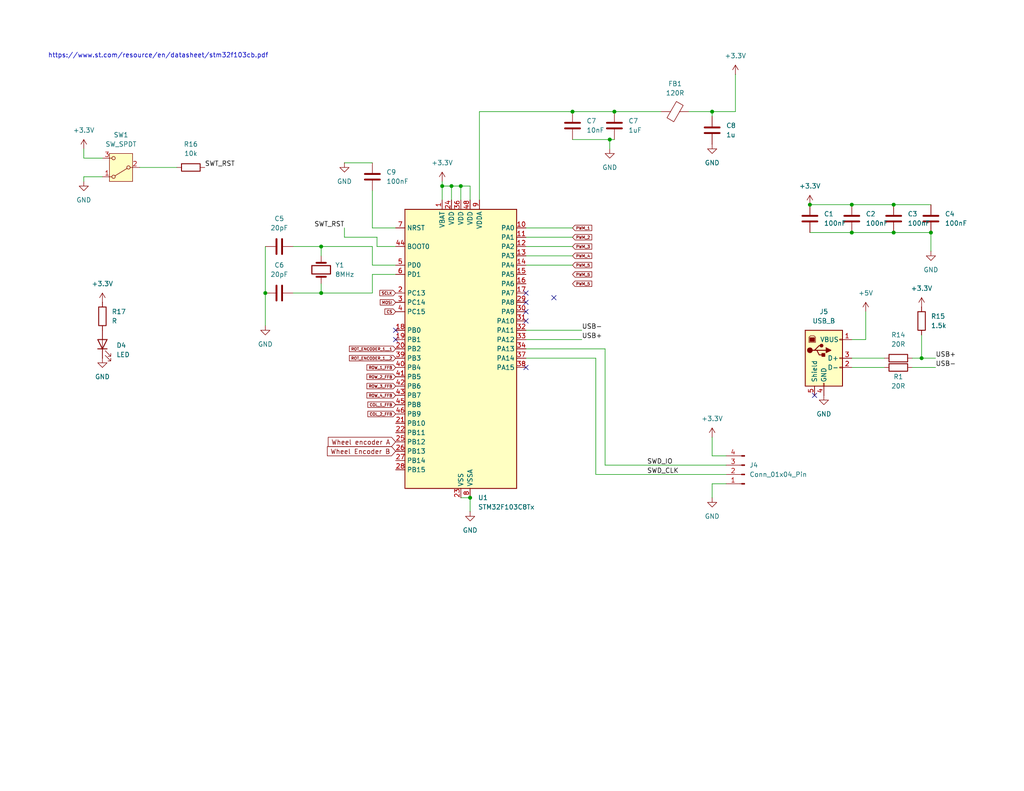
<source format=kicad_sch>
(kicad_sch (version 20250114) (generator "eeschema") (generator_version "9.0")
  (paper "USLetter")
  (lib_symbols
    (symbol "Connector:Conn_01x04_Pin" (pin_names (offset 1.016) (hide yes))
      (property "Reference" "J" (at 0 5.08 0))
      (property "Value" "Conn_01x04_Pin" (at 0 -7.62 0))
      (symbol "Conn_01x04_Pin_1_1"
        (rectangle (start 0.8636 2.667) (end 0 2.413) (stroke (width 0.1524)) (fill (type outline)))
        (rectangle (start 0.8636 0.127) (end 0 -0.127) (stroke (width 0.1524)) (fill (type outline)))
        (rectangle (start 0.8636 -2.413) (end 0 -2.667) (stroke (width 0.1524)) (fill (type outline)))
        (rectangle (start 0.8636 -4.953) (end 0 -5.207) (stroke (width 0.1524)) (fill (type outline)))
        (polyline (pts (xy 1.27 2.54) (xy 0.8636 2.54)) (stroke (width 0.1524)))
        (polyline (pts (xy 1.27 0) (xy 0.8636 0)) (stroke (width 0.1524)))
        (polyline (pts (xy 1.27 -2.54) (xy 0.8636 -2.54)) (stroke (width 0.1524)))
        (polyline (pts (xy 1.27 -5.08) (xy 0.8636 -5.08)) (stroke (width 0.1524)))
        (pin passive line (at 5.08 2.54 180) (length 3.81) (name "Pin_1") (number "1"))
        (pin passive line (at 5.08 0 180) (length 3.81) (name "Pin_2") (number "2"))
        (pin passive line (at 5.08 -2.54 180) (length 3.81) (name "Pin_3") (number "3"))
        (pin passive line (at 5.08 -5.08 180) (length 3.81) (name "Pin_4") (number "4"))
      )
    )
    (symbol "Connector:USB_B" (pin_names (offset 1.016))
      (property "Reference" "J" (at -5.08 11.43 0))
      (property "Value" "USB_B" (at -5.08 8.89 0))
      (symbol "USB_B_0_1"
        (rectangle (start -5.08 -7.62) (end 5.08 7.62) (stroke (width 0.254)) (fill (type background)))
        (polyline (pts (xy -4.064 4.318) (xy -2.286 4.318) (xy -2.286 5.715) (xy -2.667 6.096) (xy -3.683 6.096) (xy -4.064 5.715) (xy -4.064 4.318)))
        (rectangle (start -3.81 5.588) (end -2.54 4.572) (fill (type outline)))
        (circle (center -3.81 2.159) (radius 0.635) (stroke (width 0.254)) (fill (type outline)))
        (polyline (pts (xy -3.175 2.159) (xy -2.54 2.159) (xy -1.27 3.429) (xy -0.635 3.429)) (stroke (width 0.254)))
        (polyline (pts (xy -2.54 2.159) (xy -1.905 2.159) (xy -1.27 0.889) (xy 0 0.889)) (stroke (width 0.254)))
        (polyline (pts (xy -1.905 2.159) (xy 0.635 2.159)) (stroke (width 0.254)))
        (circle (center -0.635 3.429) (radius 0.381) (stroke (width 0.254)) (fill (type outline)))
        (rectangle (start -0.127 -7.62) (end 0.127 -6.858))
        (rectangle (start 0.254 1.27) (end -0.508 0.508) (stroke (width 0.254)) (fill (type outline)))
        (polyline (pts (xy 0.635 2.794) (xy 0.635 1.524) (xy 1.905 2.159) (xy 0.635 2.794)) (stroke (width 0.254)) (fill (type outline)))
        (rectangle (start 5.08 4.953) (end 4.318 5.207))
        (rectangle (start 5.08 -0.127) (end 4.318 0.127))
        (rectangle (start 5.08 -2.667) (end 4.318 -2.413))
      )
      (symbol "USB_B_1_1"
        (pin passive line (at -2.54 -10.16 90) (length 2.54) (name "Shield") (number "5"))
        (pin power_out line (at 0 -10.16 90) (length 2.54) (name "GND") (number "4"))
        (pin power_out line (at 7.62 5.08 180) (length 2.54) (name "VBUS") (number "1"))
        (pin bidirectional line (at 7.62 0 180) (length 2.54) (name "D+") (number "3"))
        (pin bidirectional line (at 7.62 -2.54 180) (length 2.54) (name "D-") (number "2"))
      )
    )
    (symbol "Device:C" (pin_numbers (hide yes)) (pin_names (offset 0.254))
      (property "Reference" "C" (at 0.635 2.54 0))
      (property "Value" "C" (at 0.635 -2.54 0))
      (symbol "C_0_1"
        (polyline (pts (xy -2.032 0.762) (xy 2.032 0.762)) (stroke (width 0.508)))
        (polyline (pts (xy -2.032 -0.762) (xy 2.032 -0.762)) (stroke (width 0.508)))
      )
      (symbol "C_1_1"
        (pin passive line (at 0 3.81 270) (length 2.794) (name "~") (number "1"))
        (pin passive line (at 0 -3.81 90) (length 2.794) (name "~") (number "2"))
      )
    )
    (symbol "Device:Crystal" (pin_numbers (hide yes)) (pin_names (offset 1.016) (hide yes))
      (property "Reference" "Y" (at 0 3.81 0))
      (property "Value" "Crystal" (at 0 -3.81 0))
      (symbol "Crystal_0_1"
        (polyline (pts (xy -2.54 0) (xy -1.905 0)))
        (polyline (pts (xy -1.905 -1.27) (xy -1.905 1.27)) (stroke (width 0.508)))
        (rectangle (start -1.143 2.54) (end 1.143 -2.54) (stroke (width 0.3048)))
        (polyline (pts (xy 1.905 -1.27) (xy 1.905 1.27)) (stroke (width 0.508)))
        (polyline (pts (xy 2.54 0) (xy 1.905 0)))
      )
      (symbol "Crystal_1_1"
        (pin passive line (at -3.81 0 0) (length 1.27) (name "1") (number "1"))
        (pin passive line (at 3.81 0 180) (length 1.27) (name "2") (number "2"))
      )
    )
    (symbol "Device:FerriteBead" (pin_numbers (hide yes)) (pin_names (offset 0))
      (property "Reference" "FB" (at -3.81 0.635 90))
      (property "Value" "FerriteBead" (at 3.81 0 90))
      (symbol "FerriteBead_0_1"
        (polyline (pts (xy -2.7686 0.4064) (xy -1.7018 2.2606) (xy 2.7686 -0.3048) (xy 1.6764 -2.159) (xy -2.7686 0.4064)))
        (polyline (pts (xy 0 1.27) (xy 0 1.2954)))
        (polyline (pts (xy 0 -1.27) (xy 0 -1.2192)))
      )
      (symbol "FerriteBead_1_1"
        (pin passive line (at 0 3.81 270) (length 2.54) (name "~") (number "1"))
        (pin passive line (at 0 -3.81 90) (length 2.54) (name "~") (number "2"))
      )
    )
    (symbol "Device:LED" (pin_numbers (hide yes)) (pin_names (offset 1.016) (hide yes))
      (property "Reference" "D" (at 0 2.54 0))
      (property "Value" "LED" (at 0 -2.54 0))
      (symbol "LED_0_1"
        (polyline (pts (xy -3.048 -0.762) (xy -4.572 -2.286) (xy -3.81 -2.286) (xy -4.572 -2.286) (xy -4.572 -1.524)))
        (polyline (pts (xy -1.778 -0.762) (xy -3.302 -2.286) (xy -2.54 -2.286) (xy -3.302 -2.286) (xy -3.302 -1.524)))
        (polyline (pts (xy -1.27 0) (xy 1.27 0)))
        (polyline (pts (xy -1.27 -1.27) (xy -1.27 1.27)) (stroke (width 0.254)))
        (polyline (pts (xy 1.27 -1.27) (xy 1.27 1.27) (xy -1.27 0) (xy 1.27 -1.27)) (stroke (width 0.254)))
      )
      (symbol "LED_1_1"
        (pin passive line (at -3.81 0 0) (length 2.54) (name "K") (number "1"))
        (pin passive line (at 3.81 0 180) (length 2.54) (name "A") (number "2"))
      )
    )
    (symbol "Device:R" (pin_numbers (hide yes)) (pin_names (offset 0))
      (property "Reference" "R" (at 2.032 0 90))
      (property "Value" "R" (at 0 0 90))
      (symbol "R_0_1"
        (rectangle (start -1.016 -2.54) (end 1.016 2.54) (stroke (width 0.254)))
      )
      (symbol "R_1_1"
        (pin passive line (at 0 3.81 270) (length 1.27) (name "~") (number "1"))
        (pin passive line (at 0 -3.81 90) (length 1.27) (name "~") (number "2"))
      )
    )
    (symbol "MCU_ST_STM32F1:STM32F103C8Tx"
      (property "Reference" "U" (at -15.24 39.37 0))
      (property "Value" "STM32F103C8Tx" (at 7.62 39.37 0))
      (symbol "STM32F103C8Tx_0_1"
        (rectangle (start -15.24 -38.1) (end 15.24 38.1) (stroke (width 0.254)) (fill (type background)))
      )
      (symbol "STM32F103C8Tx_1_1"
        (pin input line (at -17.78 33.02 0) (length 2.54) (name "NRST") (number "7"))
        (pin input line (at -17.78 27.94 0) (length 2.54) (name "BOOT0") (number "44"))
        (pin bidirectional line (at -17.78 22.86 0) (length 2.54) (name "PD0") (number "5"))
        (pin bidirectional line (at -17.78 20.32 0) (length 2.54) (name "PD1") (number "6"))
        (pin bidirectional line (at -17.78 15.24 0) (length 2.54) (name "PC13") (number "2"))
        (pin bidirectional line (at -17.78 12.7 0) (length 2.54) (name "PC14") (number "3"))
        (pin bidirectional line (at -17.78 10.16 0) (length 2.54) (name "PC15") (number "4"))
        (pin bidirectional line (at -17.78 5.08 0) (length 2.54) (name "PB0") (number "18"))
        (pin bidirectional line (at -17.78 2.54 0) (length 2.54) (name "PB1") (number "19"))
        (pin bidirectional line (at -17.78 0 0) (length 2.54) (name "PB2") (number "20"))
        (pin bidirectional line (at -17.78 -2.54 0) (length 2.54) (name "PB3") (number "39"))
        (pin bidirectional line (at -17.78 -5.08 0) (length 2.54) (name "PB4") (number "40"))
        (pin bidirectional line (at -17.78 -7.62 0) (length 2.54) (name "PB5") (number "41"))
        (pin bidirectional line (at -17.78 -10.16 0) (length 2.54) (name "PB6") (number "42"))
        (pin bidirectional line (at -17.78 -12.7 0) (length 2.54) (name "PB7") (number "43"))
        (pin bidirectional line (at -17.78 -15.24 0) (length 2.54) (name "PB8") (number "45"))
        (pin bidirectional line (at -17.78 -17.78 0) (length 2.54) (name "PB9") (number "46"))
        (pin bidirectional line (at -17.78 -20.32 0) (length 2.54) (name "PB10") (number "21"))
        (pin bidirectional line (at -17.78 -22.86 0) (length 2.54) (name "PB11") (number "22"))
        (pin bidirectional line (at -17.78 -25.4 0) (length 2.54) (name "PB12") (number "25"))
        (pin bidirectional line (at -17.78 -27.94 0) (length 2.54) (name "PB13") (number "26"))
        (pin bidirectional line (at -17.78 -30.48 0) (length 2.54) (name "PB14") (number "27"))
        (pin bidirectional line (at -17.78 -33.02 0) (length 2.54) (name "PB15") (number "28"))
        (pin power_in line (at -5.08 40.64 270) (length 2.54) (name "VBAT") (number "1"))
        (pin power_in line (at -2.54 40.64 270) (length 2.54) (name "VDD") (number "24"))
        (pin power_in line (at 0 40.64 270) (length 2.54) (name "VDD") (number "36"))
        (pin power_in line (at 0 -40.64 90) (length 2.54) (name "VSS") (number "23"))
        (pin passive line (at 0 -40.64 90) (length 2.54) (hide yes) (name "VSS") (number "35"))
        (pin passive line (at 0 -40.64 90) (length 2.54) (hide yes) (name "VSS") (number "47"))
        (pin power_in line (at 2.54 40.64 270) (length 2.54) (name "VDD") (number "48"))
        (pin power_in line (at 2.54 -40.64 90) (length 2.54) (name "VSSA") (number "8"))
        (pin power_in line (at 5.08 40.64 270) (length 2.54) (name "VDDA") (number "9"))
        (pin bidirectional line (at 17.78 33.02 180) (length 2.54) (name "PA0") (number "10"))
        (pin bidirectional line (at 17.78 30.48 180) (length 2.54) (name "PA1") (number "11"))
        (pin bidirectional line (at 17.78 27.94 180) (length 2.54) (name "PA2") (number "12"))
        (pin bidirectional line (at 17.78 25.4 180) (length 2.54) (name "PA3") (number "13"))
        (pin bidirectional line (at 17.78 22.86 180) (length 2.54) (name "PA4") (number "14"))
        (pin bidirectional line (at 17.78 20.32 180) (length 2.54) (name "PA5") (number "15"))
        (pin bidirectional line (at 17.78 17.78 180) (length 2.54) (name "PA6") (number "16"))
        (pin bidirectional line (at 17.78 15.24 180) (length 2.54) (name "PA7") (number "17"))
        (pin bidirectional line (at 17.78 12.7 180) (length 2.54) (name "PA8") (number "29"))
        (pin bidirectional line (at 17.78 10.16 180) (length 2.54) (name "PA9") (number "30"))
        (pin bidirectional line (at 17.78 7.62 180) (length 2.54) (name "PA10") (number "31"))
        (pin bidirectional line (at 17.78 5.08 180) (length 2.54) (name "PA11") (number "32"))
        (pin bidirectional line (at 17.78 2.54 180) (length 2.54) (name "PA12") (number "33"))
        (pin bidirectional line (at 17.78 0 180) (length 2.54) (name "PA13") (number "34"))
        (pin bidirectional line (at 17.78 -2.54 180) (length 2.54) (name "PA14") (number "37"))
        (pin bidirectional line (at 17.78 -5.08 180) (length 2.54) (name "PA15") (number "38"))
      )
    )
    (symbol "Switch:SW_SPDT" (pin_names (offset 0) (hide yes))
      (property "Reference" "SW" (at 0 5.08 0))
      (property "Value" "SW_SPDT" (at 0 -5.08 0))
      (symbol "SW_SPDT_0_1"
        (circle (center -2.032 0) (radius 0.4572))
        (polyline (pts (xy -1.651 0.254) (xy 1.651 2.286)))
        (circle (center 2.032 2.54) (radius 0.4572))
        (circle (center 2.032 -2.54) (radius 0.4572))
      )
      (symbol "SW_SPDT_1_1"
        (rectangle (start -3.175 3.81) (end 3.175 -3.81) (fill (type background)))
        (pin passive line (at -5.08 0 0) (length 2.54) (name "B") (number "2"))
        (pin passive line (at 5.08 2.54 180) (length 2.54) (name "A") (number "1"))
        (pin passive line (at 5.08 -2.54 180) (length 2.54) (name "C") (number "3"))
      )
    )
    (symbol "power:+3.3V" (power) (pin_numbers (hide yes)) (pin_names (offset 0) (hide yes))
      (property "Value" "+3.3V" (at 0 3.556 0))
      (symbol "+3.3V_0_1"
        (polyline (pts (xy -0.762 1.27) (xy 0 2.54)))
        (polyline (pts (xy 0 2.54) (xy 0.762 1.27)))
        (polyline (pts (xy 0 0) (xy 0 2.54)))
      )
      (symbol "+3.3V_1_1"
        (pin power_in line (at 0 0 90) (length 0) (name "~") (number "1"))
      )
    )
    (symbol "power:+5V" (power) (pin_numbers (hide yes)) (pin_names (offset 0) (hide yes))
      (property "Value" "+5V" (at 0 3.556 0))
      (symbol "+5V_0_1"
        (polyline (pts (xy -0.762 1.27) (xy 0 2.54)))
        (polyline (pts (xy 0 2.54) (xy 0.762 1.27)))
        (polyline (pts (xy 0 0) (xy 0 2.54)))
      )
      (symbol "+5V_1_1"
        (pin power_in line (at 0 0 90) (length 0) (name "~") (number "1"))
      )
    )
    (symbol "power:GND" (power) (pin_numbers (hide yes)) (pin_names (offset 0) (hide yes))
      (property "Value" "GND" (at 0 -3.81 0))
      (symbol "GND_0_1"
        (polyline (pts (xy 0 0) (xy 0 -1.27) (xy 1.27 -1.27) (xy 0 -2.54) (xy -1.27 -1.27) (xy 0 -1.27)))
      )
      (symbol "GND_1_1"
        (pin power_in line (at 0 0 270) (length 0) (name "~") (number "1"))
      )
    )
  )
  (text "https://www.st.com/resource/en/datasheet/stm32f103cb.pdf" (at 43.18 15.24 0) (effects (font (size 1.27 1.27))))
  (junction (at 123.19 50.8))
  (junction (at 220.98 55.88))
  (junction (at 87.63 80.01))
  (junction (at 167.64 30.48))
  (junction (at 251.46 97.79))
  (junction (at 232.41 63.5))
  (junction (at 243.84 55.88))
  (junction (at 194.31 30.48))
  (junction (at 166.37 38.1))
  (junction (at 254 63.5))
  (junction (at 243.84 63.5))
  (junction (at 128.27 135.89))
  (junction (at 120.65 50.8))
  (junction (at 87.63 67.31))
  (junction (at 232.41 55.88))
  (junction (at 72.39 80.01))
  (junction (at 125.73 50.8))
  (junction (at 156.21 30.48))
  (no_connect (at 143.51 82.55))
  (no_connect (at 143.51 80.01))
  (no_connect (at 107.95 92.71))
  (no_connect (at 143.51 87.63))
  (no_connect (at 143.51 85.09))
  (no_connect (at 143.51 100.33))
  (no_connect (at 107.95 90.17))
  (no_connect (at 222.25 107.95))
  (no_connect (at 151.13 81.28))
  (wire (pts (xy 165.1 127) (xy 198.12 127)))
  (wire (pts (xy 198.12 124.46) (xy 194.31 124.46)))
  (wire (pts (xy 143.51 67.31) (xy 156.21 67.31)))
  (wire (pts (xy 251.46 91.44) (xy 251.46 97.79)))
  (wire (pts (xy 143.51 90.17) (xy 158.75 90.17)))
  (wire (pts (xy 167.64 30.48) (xy 180.34 30.48)))
  (wire (pts (xy 120.65 50.8) (xy 123.19 50.8)))
  (wire (pts (xy 80.01 80.01) (xy 87.63 80.01)))
  (wire (pts (xy 27.94 43.18) (xy 22.86 43.18)))
  (wire (pts (xy 220.98 63.5) (xy 232.41 63.5)))
  (wire (pts (xy 107.95 72.39) (xy 101.6 72.39)))
  (wire (pts (xy 125.73 135.89) (xy 128.27 135.89)))
  (wire (pts (xy 120.65 50.8) (xy 120.65 54.61)))
  (wire (pts (xy 254 63.5) (xy 254 68.58)))
  (wire (pts (xy 107.95 62.23) (xy 101.6 62.23)))
  (wire (pts (xy 38.1 45.72) (xy 48.26 45.72)))
  (wire (pts (xy 232.41 55.88) (xy 243.84 55.88)))
  (wire (pts (xy 143.51 72.39) (xy 156.21 72.39)))
  (wire (pts (xy 194.31 30.48) (xy 200.66 30.48)))
  (wire (pts (xy 22.86 43.18) (xy 22.86 40.64)))
  (wire (pts (xy 101.6 52.07) (xy 101.6 62.23)))
  (wire (pts (xy 123.19 50.8) (xy 125.73 50.8)))
  (wire (pts (xy 93.98 44.45) (xy 101.6 44.45)))
  (wire (pts (xy 128.27 50.8) (xy 128.27 54.61)))
  (wire (pts (xy 120.65 49.53) (xy 120.65 50.8)))
  (wire (pts (xy 194.31 135.89) (xy 194.31 132.08)))
  (wire (pts (xy 87.63 77.47) (xy 87.63 80.01)))
  (wire (pts (xy 143.51 69.85) (xy 156.21 69.85)))
  (wire (pts (xy 93.98 64.77) (xy 93.98 62.23)))
  (wire (pts (xy 156.21 38.1) (xy 166.37 38.1)))
  (wire (pts (xy 156.21 30.48) (xy 167.64 30.48)))
  (wire (pts (xy 232.41 100.33) (xy 241.3 100.33)))
  (wire (pts (xy 165.1 95.25) (xy 165.1 127)))
  (wire (pts (xy 128.27 135.89) (xy 128.27 139.7)))
  (wire (pts (xy 143.51 95.25) (xy 165.1 95.25)))
  (wire (pts (xy 236.22 85.09) (xy 236.22 92.71)))
  (wire (pts (xy 194.31 132.08) (xy 198.12 132.08)))
  (wire (pts (xy 198.12 129.54) (xy 162.56 129.54)))
  (wire (pts (xy 72.39 67.31) (xy 72.39 80.01)))
  (wire (pts (xy 125.73 50.8) (xy 128.27 50.8)))
  (wire (pts (xy 232.41 92.71) (xy 236.22 92.71)))
  (wire (pts (xy 143.51 64.77) (xy 156.21 64.77)))
  (wire (pts (xy 130.81 30.48) (xy 130.81 54.61)))
  (wire (pts (xy 123.19 50.8) (xy 123.19 54.61)))
  (wire (pts (xy 251.46 97.79) (xy 255.27 97.79)))
  (wire (pts (xy 125.73 50.8) (xy 125.73 54.61)))
  (wire (pts (xy 166.37 38.1) (xy 166.37 40.64)))
  (wire (pts (xy 101.6 74.93) (xy 107.95 74.93)))
  (wire (pts (xy 72.39 80.01) (xy 72.39 88.9)))
  (wire (pts (xy 143.51 92.71) (xy 158.75 92.71)))
  (wire (pts (xy 243.84 55.88) (xy 254 55.88)))
  (wire (pts (xy 107.95 67.31) (xy 102.87 67.31)))
  (wire (pts (xy 101.6 80.01) (xy 101.6 74.93)))
  (wire (pts (xy 102.87 67.31) (xy 102.87 64.77)))
  (wire (pts (xy 200.66 20.32) (xy 200.66 30.48)))
  (wire (pts (xy 87.63 67.31) (xy 87.63 69.85)))
  (wire (pts (xy 232.41 63.5) (xy 243.84 63.5)))
  (wire (pts (xy 243.84 63.5) (xy 254 63.5)))
  (wire (pts (xy 194.31 30.48) (xy 194.31 31.75)))
  (wire (pts (xy 22.86 48.26) (xy 22.86 49.53)))
  (wire (pts (xy 101.6 72.39) (xy 101.6 67.31)))
  (wire (pts (xy 162.56 97.79) (xy 143.51 97.79)))
  (wire (pts (xy 248.92 97.79) (xy 251.46 97.79)))
  (wire (pts (xy 143.51 62.23) (xy 156.21 62.23)))
  (wire (pts (xy 194.31 124.46) (xy 194.31 119.38)))
  (wire (pts (xy 87.63 80.01) (xy 101.6 80.01)))
  (wire (pts (xy 166.37 38.1) (xy 167.64 38.1)))
  (wire (pts (xy 232.41 97.79) (xy 241.3 97.79)))
  (wire (pts (xy 101.6 67.31) (xy 87.63 67.31)))
  (wire (pts (xy 187.96 30.48) (xy 194.31 30.48)))
  (wire (pts (xy 130.81 30.48) (xy 156.21 30.48)))
  (wire (pts (xy 162.56 129.54) (xy 162.56 97.79)))
  (wire (pts (xy 220.98 55.88) (xy 232.41 55.88)))
  (wire (pts (xy 102.87 64.77) (xy 93.98 64.77)))
  (wire (pts (xy 27.94 48.26) (xy 22.86 48.26)))
  (wire (pts (xy 80.01 67.31) (xy 87.63 67.31)))
  (wire (pts (xy 248.92 100.33) (xy 255.27 100.33)))
  (label "USB+" (at 158.75 92.71 0))
  (label "SWT_RST" (at 93.98 62.23 180))
  (label "SWD_IO" (at 176.53 127 0))
  (label "SWT_RST" (at 55.88 45.72 0))
  (label "USB-" (at 255.27 100.33 0))
  (label "USB-" (at 158.75 90.17 0))
  (label "USB+" (at 255.27 97.79 0))
  (label "SWD_CLK" (at 176.53 129.54 0))
  (global_label "PWM_5" (shape input) (at 156.21 77.47 0) (effects (font (size 0.762 0.762))) (property "Intersheetrefs" "${INTERSHEET_REFS}" (effects (hide yes))))
  (global_label "ROW_4_FFB" (shape input) (at 107.95 107.95 180) (effects (font (size 0.762 0.762))) (property "Intersheetrefs" "${INTERSHEET_REFS}" (effects (hide yes))))
  (global_label "PWM_4" (shape input) (at 156.21 69.85 0) (effects (font (size 0.762 0.762))) (property "Intersheetrefs" "${INTERSHEET_REFS}" (effects (hide yes))))
  (global_label "PWM_5" (shape input) (at 156.21 74.93 0) (effects (font (size 0.762 0.762))) (property "Intersheetrefs" "${INTERSHEET_REFS}" (effects (hide yes))))
  (global_label "PWM_3" (shape input) (at 156.21 67.31 0) (effects (font (size 0.762 0.762))) (property "Intersheetrefs" "${INTERSHEET_REFS}" (effects (hide yes))))
  (global_label "ROW_3_FFB" (shape input) (at 107.95 105.41 180) (effects (font (size 0.762 0.762))) (property "Intersheetrefs" "${INTERSHEET_REFS}" (effects (hide yes))))
  (global_label "Wheel encoder A" (shape input) (at 107.95 120.65 180) (property "Intersheetrefs" "${INTERSHEET_REFS}" (effects (hide yes))))
  (global_label "Wheel Encoder B" (shape input) (at 107.95 123.19 180) (property "Intersheetrefs" "${INTERSHEET_REFS}" (effects (hide yes))))
  (global_label "ROW_1_FFB" (shape input) (at 107.95 100.33 180) (effects (font (size 0.762 0.762))) (property "Intersheetrefs" "${INTERSHEET_REFS}" (effects (hide yes))))
  (global_label "COL_1_FFB" (shape input) (at 107.95 110.49 180) (effects (font (size 0.762 0.762))) (property "Intersheetrefs" "${INTERSHEET_REFS}" (effects (hide yes))))
  (global_label "COL_2_FFB" (shape input) (at 107.95 113.03 180) (effects (font (size 0.762 0.762))) (property "Intersheetrefs" "${INTERSHEET_REFS}" (effects (hide yes))))
  (global_label "PWM_1" (shape input) (at 156.21 62.23 0) (effects (font (size 0.762 0.762))) (property "Intersheetrefs" "${INTERSHEET_REFS}" (effects (hide yes))))
  (global_label "PWM_5" (shape input) (at 156.21 72.39 0) (effects (font (size 0.762 0.762))) (property "Intersheetrefs" "${INTERSHEET_REFS}" (effects (hide yes))))
  (global_label "ROT_ENCODER_1__1" (shape input) (at 107.95 95.25 180) (effects (font (size 0.762 0.762))) (property "Intersheetrefs" "${INTERSHEET_REFS}" (effects (hide yes))))
  (global_label "SCLK" (shape input) (at 107.95 80.01 180) (effects (font (size 0.762 0.762))) (property "Intersheetrefs" "${INTERSHEET_REFS}" (effects (hide yes))))
  (global_label "ROT_ENCODER_1__2" (shape input) (at 107.95 97.79 180) (effects (font (size 0.762 0.762))) (property "Intersheetrefs" "${INTERSHEET_REFS}" (effects (hide yes))))
  (global_label "MOSI" (shape input) (at 107.95 82.55 180) (effects (font (size 0.762 0.762))) (property "Intersheetrefs" "${INTERSHEET_REFS}" (effects (hide yes))))
  (global_label "CS" (shape input) (at 107.95 85.09 180) (effects (font (size 0.762 0.762))) (property "Intersheetrefs" "${INTERSHEET_REFS}" (effects (hide yes))))
  (global_label "ROW_2_FFB" (shape input) (at 107.95 102.87 180) (effects (font (size 0.762 0.762))) (property "Intersheetrefs" "${INTERSHEET_REFS}" (effects (hide yes))))
  (global_label "PWM_2" (shape input) (at 156.21 64.77 0) (effects (font (size 0.762 0.762))) (property "Intersheetrefs" "${INTERSHEET_REFS}" (effects (hide yes))))
  (symbol (lib_id "Device:C") (at 76.2 80.01 90) (unit 1)
    (property "Reference" "C6" (at 76.2 72.39 90))
    (property "Value" "20pF" (at 76.2 74.93 90))
    (property "Description" "Unpolarized capacitor" (effects (hide yes)))
  )
  (symbol (lib_id "Connector:USB_B") (at 224.79 97.79 0) (unit 1)
    (property "Reference" "J5" (at 224.79 85.09 0))
    (property "Value" "USB_B" (at 224.79 87.63 0))
    (property "Description" "USB Type B connector" (effects (hide yes)))
  )
  (symbol (lib_id "Device:LED") (at 27.94 93.98 90) (unit 1)
    (property "Reference" "D4" (at 31.75 94.2974 90) (effects (justify right)))
    (property "Value" "LED" (at 31.75 96.8374 90) (effects (justify right)))
    (property "Description" "Light emitting diode" (effects (hide yes)))
    (property "Sim.Pins" "1=K 2=A" (effects (hide yes)))
  )
  (symbol (lib_id "power:+3.3V") (at 194.31 119.38 0) (unit 1)
    (property "Reference" "#PWR038" (effects (hide yes)))
    (property "Value" "+3.3V" (at 194.31 114.3 0))
    (property "Description" "Power symbol creates a global label with name \"+3.3V\"" (effects (hide yes)))
  )
  (symbol (lib_id "power:GND") (at 93.98 44.45 0) (unit 1)
    (property "Reference" "#PWR040" (effects (hide yes)))
    (property "Value" "GND" (at 93.98 49.53 0))
    (property "Description" "Power symbol creates a global label with name \"GND\" , ground" (effects (hide yes)))
  )
  (symbol (lib_id "Device:C") (at 156.21 34.29 0) (unit 1)
    (property "Reference" "C7" (at 160.02 33.0199 0) (effects (justify left)))
    (property "Value" "10nF" (at 160.02 35.5599 0) (effects (justify left)))
    (property "Description" "Unpolarized capacitor" (effects (hide yes)))
  )
  (symbol (lib_id "Device:C") (at 220.98 59.69 0) (unit 1)
    (property "Reference" "C1" (at 224.79 58.4199 0) (effects (justify left)))
    (property "Value" "100nF" (at 224.79 60.9599 0) (effects (justify left)))
    (property "Description" "Unpolarized capacitor" (effects (hide yes)))
  )
  (symbol (lib_id "power:+3.3V") (at 220.98 55.88 0) (unit 1)
    (property "Reference" "#PWR04" (effects (hide yes)))
    (property "Value" "+3.3V" (at 220.98 50.8 0))
    (property "Description" "Power symbol creates a global label with name \"+3.3V\"" (effects (hide yes)))
  )
  (symbol (lib_id "Device:C") (at 194.31 35.56 0) (unit 1)
    (property "Reference" "C8" (at 198.12 34.2899 0) (effects (justify left)))
    (property "Value" "1u" (at 198.12 36.8299 0) (effects (justify left)))
    (property "Description" "Unpolarized capacitor" (effects (hide yes)))
  )
  (symbol (lib_id "power:GND") (at 194.31 39.37 0) (unit 1)
    (property "Reference" "#PWR036" (effects (hide yes)))
    (property "Value" "GND" (at 194.31 44.45 0))
    (property "Description" "Power symbol creates a global label with name \"GND\" , ground" (effects (hide yes)))
  )
  (symbol (lib_id "Switch:SW_SPDT") (at 33.02 45.72 180) (unit 1)
    (property "Reference" "SW1" (at 33.02 36.83 0))
    (property "Value" "SW_SPDT" (at 33.02 39.37 0))
    (property "Description" "Switch, single pole double throw" (effects (hide yes)))
  )
  (symbol (lib_id "Device:R") (at 251.46 87.63 0) (unit 1)
    (property "Reference" "R15" (at 254 86.3599 0) (effects (justify left)))
    (property "Value" "1.5k" (at 254 88.8999 0) (effects (justify left)))
    (property "Description" "Resistor" (effects (hide yes)))
  )
  (symbol (lib_id "power:+3.3V") (at 22.86 40.64 0) (unit 1)
    (property "Reference" "#PWR031" (effects (hide yes)))
    (property "Value" "+3.3V" (at 22.86 35.56 0))
    (property "Description" "Power symbol creates a global label with name \"+3.3V\"" (effects (hide yes)))
  )
  (symbol (lib_id "Device:C") (at 76.2 67.31 90) (unit 1)
    (property "Reference" "C5" (at 76.2 59.69 90))
    (property "Value" "20pF" (at 76.2 62.23 90))
    (property "Description" "Unpolarized capacitor" (effects (hide yes)))
  )
  (symbol (lib_id "power:GND") (at 224.79 107.95 0) (unit 1)
    (property "Reference" "#PWR08" (effects (hide yes)))
    (property "Value" "GND" (at 224.79 113.03 0))
    (property "Description" "Power symbol creates a global label with name \"GND\" , ground" (effects (hide yes)))
  )
  (symbol (lib_id "power:GND") (at 22.86 49.53 0) (unit 1)
    (property "Reference" "#PWR032" (effects (hide yes)))
    (property "Value" "GND" (at 22.86 54.61 0))
    (property "Description" "Power symbol creates a global label with name \"GND\" , ground" (effects (hide yes)))
  )
  (symbol (lib_id "Device:C") (at 167.64 34.29 0) (unit 1)
    (property "Reference" "C7" (at 171.45 33.0199 0) (effects (justify left)))
    (property "Value" "1uF" (at 171.45 35.5599 0) (effects (justify left)))
    (property "Description" "Unpolarized capacitor" (effects (hide yes)))
  )
  (symbol (lib_id "power:+3.3V") (at 200.66 20.32 0) (unit 1)
    (property "Reference" "#PWR035" (effects (hide yes)))
    (property "Value" "+3.3V" (at 200.66 15.24 0))
    (property "Description" "Power symbol creates a global label with name \"+3.3V\"" (effects (hide yes)))
  )
  (symbol (lib_id "Device:C") (at 254 59.69 0) (unit 1)
    (property "Reference" "C4" (at 257.81 58.4199 0) (effects (justify left)))
    (property "Value" "100nF" (at 257.81 60.9599 0) (effects (justify left)))
    (property "Description" "Unpolarized capacitor" (effects (hide yes)))
  )
  (symbol (lib_id "Device:R") (at 27.94 86.36 0) (unit 1)
    (property "Reference" "R17" (at 30.48 85.0899 0) (effects (justify left)))
    (property "Value" "R" (at 30.48 87.6299 0) (effects (justify left)))
    (property "Description" "Resistor" (effects (hide yes)))
  )
  (symbol (lib_id "power:GND") (at 166.37 40.64 0) (unit 1)
    (property "Reference" "#PWR02" (effects (hide yes)))
    (property "Value" "GND" (at 166.37 45.72 0))
    (property "Description" "Power symbol creates a global label with name \"GND\" , ground" (effects (hide yes)))
  )
  (symbol (lib_id "Connector:Conn_01x04_Pin") (at 203.2 129.54 180) (unit 1)
    (property "Reference" "J4" (at 204.47 126.9999 0) (effects (justify right)))
    (property "Value" "Conn_01x04_Pin" (at 204.47 129.5399 0) (effects (justify right)))
    (property "Description" "Generic connector, single row, 01x04, script generated" (effects (hide yes)))
  )
  (symbol (lib_id "Device:R") (at 245.11 100.33 90) (unit 1)
    (property "Reference" "R1" (at 245.11 102.87 90))
    (property "Value" "20R" (at 245.11 105.41 90))
    (property "Description" "Resistor" (effects (hide yes)))
  )
  (symbol (lib_id "power:+3.3V") (at 120.65 49.53 0) (unit 1)
    (property "Reference" "#PWR037" (effects (hide yes)))
    (property "Value" "+3.3V" (at 120.65 44.45 0))
    (property "Description" "Power symbol creates a global label with name \"+3.3V\"" (effects (hide yes)))
  )
  (symbol (lib_id "power:GND") (at 254 68.58 0) (unit 1)
    (property "Reference" "#PWR03" (effects (hide yes)))
    (property "Value" "GND" (at 254 73.66 0))
    (property "Description" "Power symbol creates a global label with name \"GND\" , ground" (effects (hide yes)))
  )
  (symbol (lib_id "power:+5V") (at 236.22 85.09 0) (unit 1)
    (property "Reference" "#PWR07" (effects (hide yes)))
    (property "Value" "+5V" (at 236.22 80.01 0))
    (property "Description" "Power symbol creates a global label with name \"+5V\"" (effects (hide yes)))
  )
  (symbol (lib_id "power:GND") (at 194.31 135.89 0) (unit 1)
    (property "Reference" "#PWR039" (effects (hide yes)))
    (property "Value" "GND" (at 194.31 140.97 0))
    (property "Description" "Power symbol creates a global label with name \"GND\" , ground" (effects (hide yes)))
  )
  (symbol (lib_id "Device:R") (at 245.11 97.79 90) (unit 1)
    (property "Reference" "R14" (at 245.11 91.44 90))
    (property "Value" "20R" (at 245.11 93.98 90))
    (property "Description" "Resistor" (effects (hide yes)))
  )
  (symbol (lib_id "Device:C") (at 101.6 48.26 0) (unit 1)
    (property "Reference" "C9" (at 105.41 46.9899 0) (effects (justify left)))
    (property "Value" "100nF" (at 105.41 49.5299 0) (effects (justify left)))
    (property "Description" "Unpolarized capacitor" (effects (hide yes)))
  )
  (symbol (lib_id "Device:Crystal") (at 87.63 73.66 90) (unit 1)
    (property "Reference" "Y1" (at 91.44 72.3899 90) (effects (justify right)))
    (property "Value" "8MHz" (at 91.44 74.9299 90) (effects (justify right)))
    (property "Description" "Two pin crystal" (effects (hide yes)))
  )
  (symbol (lib_id "power:GND") (at 72.39 88.9 0) (unit 1)
    (property "Reference" "#PWR05" (effects (hide yes)))
    (property "Value" "GND" (at 72.39 93.98 0))
    (property "Description" "Power symbol creates a global label with name \"GND\" , ground" (effects (hide yes)))
  )
  (symbol (lib_id "power:+3.3V") (at 251.46 83.82 0) (unit 1)
    (property "Reference" "#PWR06" (effects (hide yes)))
    (property "Value" "+3.3V" (at 251.46 78.74 0))
    (property "Description" "Power symbol creates a global label with name \"+3.3V\"" (effects (hide yes)))
  )
  (symbol (lib_id "Device:FerriteBead") (at 184.15 30.48 270) (unit 1)
    (property "Reference" "FB1" (at 184.2008 22.86 90))
    (property "Value" "120R" (at 184.2008 25.4 90))
    (property "Description" "Ferrite bead" (effects (hide yes)))
  )
  (symbol (lib_id "Device:R") (at 52.07 45.72 90) (unit 1)
    (property "Reference" "R16" (at 52.07 39.37 90))
    (property "Value" "10k" (at 52.07 41.91 90))
    (property "Description" "Resistor" (effects (hide yes)))
  )
  (symbol (lib_id "power:GND") (at 128.27 139.7 0) (unit 1)
    (property "Reference" "#PWR01" (effects (hide yes)))
    (property "Value" "GND" (at 128.27 144.78 0))
    (property "Description" "Power symbol creates a global label with name \"GND\" , ground" (effects (hide yes)))
  )
  (symbol (lib_id "power:GND") (at 27.94 97.79 0) (unit 1)
    (property "Reference" "#PWR034" (effects (hide yes)))
    (property "Value" "GND" (at 27.94 102.87 0))
    (property "Description" "Power symbol creates a global label with name \"GND\" , ground" (effects (hide yes)))
  )
  (symbol (lib_id "Device:C") (at 232.41 59.69 0) (unit 1)
    (property "Reference" "C2" (at 236.22 58.4199 0) (effects (justify left)))
    (property "Value" "100nF" (at 236.22 60.9599 0) (effects (justify left)))
    (property "Description" "Unpolarized capacitor" (effects (hide yes)))
  )
  (symbol (lib_id "MCU_ST_STM32F1:STM32F103C8Tx") (at 125.73 95.25 0) (unit 1)
    (property "Reference" "U1" (at 130.4133 135.89 0) (effects (justify left)))
    (property "Value" "STM32F103C8Tx" (at 130.4133 138.43 0) (effects (justify left)))
    (property "Footprint" "Package_QFP:LQFP-48_7x7mm_P0.5mm" (effects (hide yes)))
    (property "Datasheet" "https://www.st.com/resource/en/datasheet/stm32f103c8.pdf" (effects (hide yes)))
    (property "Description" "STMicroelectronics Arm Cortex-M3 MCU, 64KB flash, 20KB RAM, 72 MHz, 2.0-3.6V, 37 GPIO, LQFP48" (effects (hide yes)))
  )
  (symbol (lib_id "Device:C") (at 243.84 59.69 0) (unit 1)
    (property "Reference" "C3" (at 247.65 58.4199 0) (effects (justify left)))
    (property "Value" "100nF" (at 247.65 60.9599 0) (effects (justify left)))
    (property "Description" "Unpolarized capacitor" (effects (hide yes)))
  )
  (symbol (lib_id "power:+3.3V") (at 27.94 82.55 0) (unit 1)
    (property "Reference" "#PWR033" (effects (hide yes)))
    (property "Value" "+3.3V" (at 27.94 77.47 0))
    (property "Description" "Power symbol creates a global label with name \"+3.3V\"" (effects (hide yes)))
  )
)
</source>
